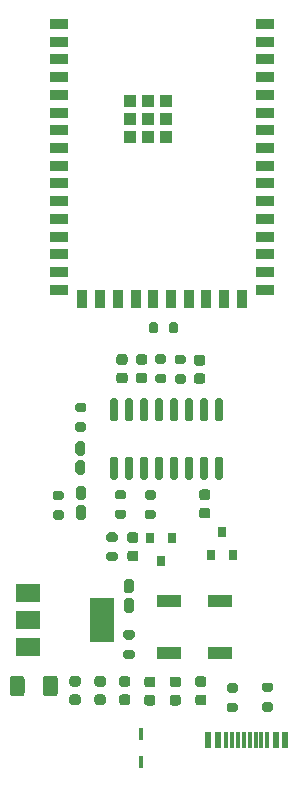
<source format=gbr>
%TF.GenerationSoftware,KiCad,Pcbnew,5.1.9-73d0e3b20d~88~ubuntu20.04.1*%
%TF.CreationDate,2021-03-20T23:28:39+05:30*%
%TF.ProjectId,ESP32-S2,45535033-322d-4533-922e-6b696361645f,rev?*%
%TF.SameCoordinates,Original*%
%TF.FileFunction,Paste,Top*%
%TF.FilePolarity,Positive*%
%FSLAX46Y46*%
G04 Gerber Fmt 4.6, Leading zero omitted, Abs format (unit mm)*
G04 Created by KiCad (PCBNEW 5.1.9-73d0e3b20d~88~ubuntu20.04.1) date 2021-03-20 23:28:39*
%MOMM*%
%LPD*%
G01*
G04 APERTURE LIST*
%ADD10R,0.460000X1.040000*%
%ADD11R,1.100000X1.100000*%
%ADD12R,1.500000X0.900000*%
%ADD13R,0.900000X1.500000*%
%ADD14R,2.000000X1.000000*%
%ADD15R,0.800000X0.900000*%
%ADD16R,2.000000X1.500000*%
%ADD17R,2.000000X3.800000*%
%ADD18R,0.600000X1.450000*%
%ADD19R,0.300000X1.450000*%
G04 APERTURE END LIST*
G36*
G01*
X147786000Y-124315000D02*
X147286000Y-124315000D01*
G75*
G02*
X147061000Y-124090000I0J225000D01*
G01*
X147061000Y-123640000D01*
G75*
G02*
X147286000Y-123415000I225000J0D01*
G01*
X147786000Y-123415000D01*
G75*
G02*
X148011000Y-123640000I0J-225000D01*
G01*
X148011000Y-124090000D01*
G75*
G02*
X147786000Y-124315000I-225000J0D01*
G01*
G37*
G36*
G01*
X147786000Y-125865000D02*
X147286000Y-125865000D01*
G75*
G02*
X147061000Y-125640000I0J225000D01*
G01*
X147061000Y-125190000D01*
G75*
G02*
X147286000Y-124965000I225000J0D01*
G01*
X147786000Y-124965000D01*
G75*
G02*
X148011000Y-125190000I0J-225000D01*
G01*
X148011000Y-125640000D01*
G75*
G02*
X147786000Y-125865000I-225000J0D01*
G01*
G37*
G36*
G01*
X145698000Y-124305000D02*
X145198000Y-124305000D01*
G75*
G02*
X144973000Y-124080000I0J225000D01*
G01*
X144973000Y-123630000D01*
G75*
G02*
X145198000Y-123405000I225000J0D01*
G01*
X145698000Y-123405000D01*
G75*
G02*
X145923000Y-123630000I0J-225000D01*
G01*
X145923000Y-124080000D01*
G75*
G02*
X145698000Y-124305000I-225000J0D01*
G01*
G37*
G36*
G01*
X145698000Y-125855000D02*
X145198000Y-125855000D01*
G75*
G02*
X144973000Y-125630000I0J225000D01*
G01*
X144973000Y-125180000D01*
G75*
G02*
X145198000Y-124955000I225000J0D01*
G01*
X145698000Y-124955000D01*
G75*
G02*
X145923000Y-125180000I0J-225000D01*
G01*
X145923000Y-125630000D01*
G75*
G02*
X145698000Y-125855000I-225000J0D01*
G01*
G37*
D10*
X148900000Y-130690000D03*
X148900000Y-128310000D03*
G36*
G01*
X139050000Y-123625000D02*
X139050000Y-124875000D01*
G75*
G02*
X138800000Y-125125000I-250000J0D01*
G01*
X138050000Y-125125000D01*
G75*
G02*
X137800000Y-124875000I0J250000D01*
G01*
X137800000Y-123625000D01*
G75*
G02*
X138050000Y-123375000I250000J0D01*
G01*
X138800000Y-123375000D01*
G75*
G02*
X139050000Y-123625000I0J-250000D01*
G01*
G37*
G36*
G01*
X141850000Y-123625000D02*
X141850000Y-124875000D01*
G75*
G02*
X141600000Y-125125000I-250000J0D01*
G01*
X140850000Y-125125000D01*
G75*
G02*
X140600000Y-124875000I0J250000D01*
G01*
X140600000Y-123625000D01*
G75*
G02*
X140850000Y-123375000I250000J0D01*
G01*
X141600000Y-123375000D01*
G75*
G02*
X141850000Y-123625000I0J-250000D01*
G01*
G37*
D11*
X148010000Y-74750000D03*
X149510000Y-74750000D03*
X151010000Y-74750000D03*
X151010000Y-76250000D03*
X151010000Y-77750000D03*
X149510000Y-77750000D03*
X148010000Y-77750000D03*
X148010000Y-76250000D03*
X149510000Y-76250000D03*
D12*
X159450000Y-68200000D03*
X159450000Y-69700000D03*
X159450000Y-71200000D03*
X159450000Y-72700000D03*
X159450000Y-74200000D03*
X159450000Y-75700000D03*
X159450000Y-77200000D03*
X159450000Y-78700000D03*
X159450000Y-80200000D03*
X159450000Y-81700000D03*
X159450000Y-83200000D03*
X159450000Y-84700000D03*
X159450000Y-86200000D03*
X159450000Y-87700000D03*
X159450000Y-89200000D03*
X159450000Y-90700000D03*
D13*
X157450000Y-91450000D03*
X155950000Y-91450000D03*
X154450000Y-91450000D03*
X152950000Y-91450000D03*
X151450000Y-91450000D03*
X149950000Y-91450000D03*
X148450000Y-91450000D03*
X146950000Y-91450000D03*
X145450000Y-91450000D03*
X143950000Y-91450000D03*
D12*
X141950000Y-90700000D03*
X141950000Y-89200000D03*
X141950000Y-87700000D03*
X141950000Y-86200000D03*
X141950000Y-84700000D03*
X141950000Y-83200000D03*
X141950000Y-81700000D03*
X141950000Y-80200000D03*
X141950000Y-78700000D03*
X141950000Y-77200000D03*
X141950000Y-75700000D03*
X141950000Y-74200000D03*
X141950000Y-72700000D03*
X141950000Y-71200000D03*
X141950000Y-69700000D03*
X141950000Y-68200000D03*
G36*
G01*
X155366580Y-104829740D02*
X155666580Y-104829740D01*
G75*
G02*
X155816580Y-104979740I0J-150000D01*
G01*
X155816580Y-106629740D01*
G75*
G02*
X155666580Y-106779740I-150000J0D01*
G01*
X155366580Y-106779740D01*
G75*
G02*
X155216580Y-106629740I0J150000D01*
G01*
X155216580Y-104979740D01*
G75*
G02*
X155366580Y-104829740I150000J0D01*
G01*
G37*
G36*
G01*
X154096580Y-104829740D02*
X154396580Y-104829740D01*
G75*
G02*
X154546580Y-104979740I0J-150000D01*
G01*
X154546580Y-106629740D01*
G75*
G02*
X154396580Y-106779740I-150000J0D01*
G01*
X154096580Y-106779740D01*
G75*
G02*
X153946580Y-106629740I0J150000D01*
G01*
X153946580Y-104979740D01*
G75*
G02*
X154096580Y-104829740I150000J0D01*
G01*
G37*
G36*
G01*
X152826580Y-104829740D02*
X153126580Y-104829740D01*
G75*
G02*
X153276580Y-104979740I0J-150000D01*
G01*
X153276580Y-106629740D01*
G75*
G02*
X153126580Y-106779740I-150000J0D01*
G01*
X152826580Y-106779740D01*
G75*
G02*
X152676580Y-106629740I0J150000D01*
G01*
X152676580Y-104979740D01*
G75*
G02*
X152826580Y-104829740I150000J0D01*
G01*
G37*
G36*
G01*
X151556580Y-104829740D02*
X151856580Y-104829740D01*
G75*
G02*
X152006580Y-104979740I0J-150000D01*
G01*
X152006580Y-106629740D01*
G75*
G02*
X151856580Y-106779740I-150000J0D01*
G01*
X151556580Y-106779740D01*
G75*
G02*
X151406580Y-106629740I0J150000D01*
G01*
X151406580Y-104979740D01*
G75*
G02*
X151556580Y-104829740I150000J0D01*
G01*
G37*
G36*
G01*
X150286580Y-104829740D02*
X150586580Y-104829740D01*
G75*
G02*
X150736580Y-104979740I0J-150000D01*
G01*
X150736580Y-106629740D01*
G75*
G02*
X150586580Y-106779740I-150000J0D01*
G01*
X150286580Y-106779740D01*
G75*
G02*
X150136580Y-106629740I0J150000D01*
G01*
X150136580Y-104979740D01*
G75*
G02*
X150286580Y-104829740I150000J0D01*
G01*
G37*
G36*
G01*
X149016580Y-104829740D02*
X149316580Y-104829740D01*
G75*
G02*
X149466580Y-104979740I0J-150000D01*
G01*
X149466580Y-106629740D01*
G75*
G02*
X149316580Y-106779740I-150000J0D01*
G01*
X149016580Y-106779740D01*
G75*
G02*
X148866580Y-106629740I0J150000D01*
G01*
X148866580Y-104979740D01*
G75*
G02*
X149016580Y-104829740I150000J0D01*
G01*
G37*
G36*
G01*
X147746580Y-104829740D02*
X148046580Y-104829740D01*
G75*
G02*
X148196580Y-104979740I0J-150000D01*
G01*
X148196580Y-106629740D01*
G75*
G02*
X148046580Y-106779740I-150000J0D01*
G01*
X147746580Y-106779740D01*
G75*
G02*
X147596580Y-106629740I0J150000D01*
G01*
X147596580Y-104979740D01*
G75*
G02*
X147746580Y-104829740I150000J0D01*
G01*
G37*
G36*
G01*
X146476580Y-104829740D02*
X146776580Y-104829740D01*
G75*
G02*
X146926580Y-104979740I0J-150000D01*
G01*
X146926580Y-106629740D01*
G75*
G02*
X146776580Y-106779740I-150000J0D01*
G01*
X146476580Y-106779740D01*
G75*
G02*
X146326580Y-106629740I0J150000D01*
G01*
X146326580Y-104979740D01*
G75*
G02*
X146476580Y-104829740I150000J0D01*
G01*
G37*
G36*
G01*
X146476580Y-99879740D02*
X146776580Y-99879740D01*
G75*
G02*
X146926580Y-100029740I0J-150000D01*
G01*
X146926580Y-101679740D01*
G75*
G02*
X146776580Y-101829740I-150000J0D01*
G01*
X146476580Y-101829740D01*
G75*
G02*
X146326580Y-101679740I0J150000D01*
G01*
X146326580Y-100029740D01*
G75*
G02*
X146476580Y-99879740I150000J0D01*
G01*
G37*
G36*
G01*
X147746580Y-99879740D02*
X148046580Y-99879740D01*
G75*
G02*
X148196580Y-100029740I0J-150000D01*
G01*
X148196580Y-101679740D01*
G75*
G02*
X148046580Y-101829740I-150000J0D01*
G01*
X147746580Y-101829740D01*
G75*
G02*
X147596580Y-101679740I0J150000D01*
G01*
X147596580Y-100029740D01*
G75*
G02*
X147746580Y-99879740I150000J0D01*
G01*
G37*
G36*
G01*
X149016580Y-99879740D02*
X149316580Y-99879740D01*
G75*
G02*
X149466580Y-100029740I0J-150000D01*
G01*
X149466580Y-101679740D01*
G75*
G02*
X149316580Y-101829740I-150000J0D01*
G01*
X149016580Y-101829740D01*
G75*
G02*
X148866580Y-101679740I0J150000D01*
G01*
X148866580Y-100029740D01*
G75*
G02*
X149016580Y-99879740I150000J0D01*
G01*
G37*
G36*
G01*
X150286580Y-99879740D02*
X150586580Y-99879740D01*
G75*
G02*
X150736580Y-100029740I0J-150000D01*
G01*
X150736580Y-101679740D01*
G75*
G02*
X150586580Y-101829740I-150000J0D01*
G01*
X150286580Y-101829740D01*
G75*
G02*
X150136580Y-101679740I0J150000D01*
G01*
X150136580Y-100029740D01*
G75*
G02*
X150286580Y-99879740I150000J0D01*
G01*
G37*
G36*
G01*
X151556580Y-99879740D02*
X151856580Y-99879740D01*
G75*
G02*
X152006580Y-100029740I0J-150000D01*
G01*
X152006580Y-101679740D01*
G75*
G02*
X151856580Y-101829740I-150000J0D01*
G01*
X151556580Y-101829740D01*
G75*
G02*
X151406580Y-101679740I0J150000D01*
G01*
X151406580Y-100029740D01*
G75*
G02*
X151556580Y-99879740I150000J0D01*
G01*
G37*
G36*
G01*
X152826580Y-99879740D02*
X153126580Y-99879740D01*
G75*
G02*
X153276580Y-100029740I0J-150000D01*
G01*
X153276580Y-101679740D01*
G75*
G02*
X153126580Y-101829740I-150000J0D01*
G01*
X152826580Y-101829740D01*
G75*
G02*
X152676580Y-101679740I0J150000D01*
G01*
X152676580Y-100029740D01*
G75*
G02*
X152826580Y-99879740I150000J0D01*
G01*
G37*
G36*
G01*
X154096580Y-99879740D02*
X154396580Y-99879740D01*
G75*
G02*
X154546580Y-100029740I0J-150000D01*
G01*
X154546580Y-101679740D01*
G75*
G02*
X154396580Y-101829740I-150000J0D01*
G01*
X154096580Y-101829740D01*
G75*
G02*
X153946580Y-101679740I0J150000D01*
G01*
X153946580Y-100029740D01*
G75*
G02*
X154096580Y-99879740I150000J0D01*
G01*
G37*
G36*
G01*
X155366580Y-99879740D02*
X155666580Y-99879740D01*
G75*
G02*
X155816580Y-100029740I0J-150000D01*
G01*
X155816580Y-101679740D01*
G75*
G02*
X155666580Y-101829740I-150000J0D01*
G01*
X155366580Y-101829740D01*
G75*
G02*
X155216580Y-101679740I0J150000D01*
G01*
X155216580Y-100029740D01*
G75*
G02*
X155366580Y-99879740I150000J0D01*
G01*
G37*
G36*
G01*
X154060000Y-109155000D02*
X154560000Y-109155000D01*
G75*
G02*
X154785000Y-109380000I0J-225000D01*
G01*
X154785000Y-109830000D01*
G75*
G02*
X154560000Y-110055000I-225000J0D01*
G01*
X154060000Y-110055000D01*
G75*
G02*
X153835000Y-109830000I0J225000D01*
G01*
X153835000Y-109380000D01*
G75*
G02*
X154060000Y-109155000I225000J0D01*
G01*
G37*
G36*
G01*
X154060000Y-107605000D02*
X154560000Y-107605000D01*
G75*
G02*
X154785000Y-107830000I0J-225000D01*
G01*
X154785000Y-108280000D01*
G75*
G02*
X154560000Y-108505000I-225000J0D01*
G01*
X154060000Y-108505000D01*
G75*
G02*
X153835000Y-108280000I0J225000D01*
G01*
X153835000Y-107830000D01*
G75*
G02*
X154060000Y-107605000I225000J0D01*
G01*
G37*
D14*
X155610000Y-117090000D03*
X155610000Y-121490000D03*
X151300000Y-117070000D03*
X151300000Y-121470000D03*
D15*
X150599140Y-113687100D03*
X149649140Y-111687100D03*
X151549140Y-111687100D03*
G36*
G01*
X149435000Y-109325000D02*
X149985000Y-109325000D01*
G75*
G02*
X150185000Y-109525000I0J-200000D01*
G01*
X150185000Y-109925000D01*
G75*
G02*
X149985000Y-110125000I-200000J0D01*
G01*
X149435000Y-110125000D01*
G75*
G02*
X149235000Y-109925000I0J200000D01*
G01*
X149235000Y-109525000D01*
G75*
G02*
X149435000Y-109325000I200000J0D01*
G01*
G37*
G36*
G01*
X149435000Y-107675000D02*
X149985000Y-107675000D01*
G75*
G02*
X150185000Y-107875000I0J-200000D01*
G01*
X150185000Y-108275000D01*
G75*
G02*
X149985000Y-108475000I-200000J0D01*
G01*
X149435000Y-108475000D01*
G75*
G02*
X149235000Y-108275000I0J200000D01*
G01*
X149235000Y-107875000D01*
G75*
G02*
X149435000Y-107675000I200000J0D01*
G01*
G37*
G36*
G01*
X147625000Y-121165000D02*
X148175000Y-121165000D01*
G75*
G02*
X148375000Y-121365000I0J-200000D01*
G01*
X148375000Y-121765000D01*
G75*
G02*
X148175000Y-121965000I-200000J0D01*
G01*
X147625000Y-121965000D01*
G75*
G02*
X147425000Y-121765000I0J200000D01*
G01*
X147425000Y-121365000D01*
G75*
G02*
X147625000Y-121165000I200000J0D01*
G01*
G37*
G36*
G01*
X147625000Y-119515000D02*
X148175000Y-119515000D01*
G75*
G02*
X148375000Y-119715000I0J-200000D01*
G01*
X148375000Y-120115000D01*
G75*
G02*
X148175000Y-120315000I-200000J0D01*
G01*
X147625000Y-120315000D01*
G75*
G02*
X147425000Y-120115000I0J200000D01*
G01*
X147425000Y-119715000D01*
G75*
G02*
X147625000Y-119515000I200000J0D01*
G01*
G37*
G36*
G01*
X148102500Y-116410000D02*
X147677500Y-116410000D01*
G75*
G02*
X147465000Y-116197500I0J212500D01*
G01*
X147465000Y-115397500D01*
G75*
G02*
X147677500Y-115185000I212500J0D01*
G01*
X148102500Y-115185000D01*
G75*
G02*
X148315000Y-115397500I0J-212500D01*
G01*
X148315000Y-116197500D01*
G75*
G02*
X148102500Y-116410000I-212500J0D01*
G01*
G37*
G36*
G01*
X148102500Y-118035000D02*
X147677500Y-118035000D01*
G75*
G02*
X147465000Y-117822500I0J212500D01*
G01*
X147465000Y-117022500D01*
G75*
G02*
X147677500Y-116810000I212500J0D01*
G01*
X148102500Y-116810000D01*
G75*
G02*
X148315000Y-117022500I0J-212500D01*
G01*
X148315000Y-117822500D01*
G75*
G02*
X148102500Y-118035000I-212500J0D01*
G01*
G37*
G36*
G01*
X149909000Y-124350000D02*
X149409000Y-124350000D01*
G75*
G02*
X149184000Y-124125000I0J225000D01*
G01*
X149184000Y-123675000D01*
G75*
G02*
X149409000Y-123450000I225000J0D01*
G01*
X149909000Y-123450000D01*
G75*
G02*
X150134000Y-123675000I0J-225000D01*
G01*
X150134000Y-124125000D01*
G75*
G02*
X149909000Y-124350000I-225000J0D01*
G01*
G37*
G36*
G01*
X149909000Y-125900000D02*
X149409000Y-125900000D01*
G75*
G02*
X149184000Y-125675000I0J225000D01*
G01*
X149184000Y-125225000D01*
G75*
G02*
X149409000Y-125000000I225000J0D01*
G01*
X149909000Y-125000000D01*
G75*
G02*
X150134000Y-125225000I0J-225000D01*
G01*
X150134000Y-125675000D01*
G75*
G02*
X149909000Y-125900000I-225000J0D01*
G01*
G37*
G36*
G01*
X148466620Y-112136040D02*
X147966620Y-112136040D01*
G75*
G02*
X147741620Y-111911040I0J225000D01*
G01*
X147741620Y-111461040D01*
G75*
G02*
X147966620Y-111236040I225000J0D01*
G01*
X148466620Y-111236040D01*
G75*
G02*
X148691620Y-111461040I0J-225000D01*
G01*
X148691620Y-111911040D01*
G75*
G02*
X148466620Y-112136040I-225000J0D01*
G01*
G37*
G36*
G01*
X148466620Y-113686040D02*
X147966620Y-113686040D01*
G75*
G02*
X147741620Y-113461040I0J225000D01*
G01*
X147741620Y-113011040D01*
G75*
G02*
X147966620Y-112786040I225000J0D01*
G01*
X148466620Y-112786040D01*
G75*
G02*
X148691620Y-113011040I0J-225000D01*
G01*
X148691620Y-113461040D01*
G75*
G02*
X148466620Y-113686040I-225000J0D01*
G01*
G37*
G36*
G01*
X148710000Y-97705000D02*
X149210000Y-97705000D01*
G75*
G02*
X149435000Y-97930000I0J-225000D01*
G01*
X149435000Y-98380000D01*
G75*
G02*
X149210000Y-98605000I-225000J0D01*
G01*
X148710000Y-98605000D01*
G75*
G02*
X148485000Y-98380000I0J225000D01*
G01*
X148485000Y-97930000D01*
G75*
G02*
X148710000Y-97705000I225000J0D01*
G01*
G37*
G36*
G01*
X148710000Y-96155000D02*
X149210000Y-96155000D01*
G75*
G02*
X149435000Y-96380000I0J-225000D01*
G01*
X149435000Y-96830000D01*
G75*
G02*
X149210000Y-97055000I-225000J0D01*
G01*
X148710000Y-97055000D01*
G75*
G02*
X148485000Y-96830000I0J225000D01*
G01*
X148485000Y-96380000D01*
G75*
G02*
X148710000Y-96155000I225000J0D01*
G01*
G37*
G36*
G01*
X154120000Y-97115000D02*
X153620000Y-97115000D01*
G75*
G02*
X153395000Y-96890000I0J225000D01*
G01*
X153395000Y-96440000D01*
G75*
G02*
X153620000Y-96215000I225000J0D01*
G01*
X154120000Y-96215000D01*
G75*
G02*
X154345000Y-96440000I0J-225000D01*
G01*
X154345000Y-96890000D01*
G75*
G02*
X154120000Y-97115000I-225000J0D01*
G01*
G37*
G36*
G01*
X154120000Y-98665000D02*
X153620000Y-98665000D01*
G75*
G02*
X153395000Y-98440000I0J225000D01*
G01*
X153395000Y-97990000D01*
G75*
G02*
X153620000Y-97765000I225000J0D01*
G01*
X154120000Y-97765000D01*
G75*
G02*
X154345000Y-97990000I0J-225000D01*
G01*
X154345000Y-98440000D01*
G75*
G02*
X154120000Y-98665000I-225000J0D01*
G01*
G37*
G36*
G01*
X141635000Y-109365000D02*
X142185000Y-109365000D01*
G75*
G02*
X142385000Y-109565000I0J-200000D01*
G01*
X142385000Y-109965000D01*
G75*
G02*
X142185000Y-110165000I-200000J0D01*
G01*
X141635000Y-110165000D01*
G75*
G02*
X141435000Y-109965000I0J200000D01*
G01*
X141435000Y-109565000D01*
G75*
G02*
X141635000Y-109365000I200000J0D01*
G01*
G37*
G36*
G01*
X141635000Y-107715000D02*
X142185000Y-107715000D01*
G75*
G02*
X142385000Y-107915000I0J-200000D01*
G01*
X142385000Y-108315000D01*
G75*
G02*
X142185000Y-108515000I-200000J0D01*
G01*
X141635000Y-108515000D01*
G75*
G02*
X141435000Y-108315000I0J200000D01*
G01*
X141435000Y-107915000D01*
G75*
G02*
X141635000Y-107715000I200000J0D01*
G01*
G37*
G36*
G01*
X156925000Y-124815000D02*
X156375000Y-124815000D01*
G75*
G02*
X156175000Y-124615000I0J200000D01*
G01*
X156175000Y-124215000D01*
G75*
G02*
X156375000Y-124015000I200000J0D01*
G01*
X156925000Y-124015000D01*
G75*
G02*
X157125000Y-124215000I0J-200000D01*
G01*
X157125000Y-124615000D01*
G75*
G02*
X156925000Y-124815000I-200000J0D01*
G01*
G37*
G36*
G01*
X156925000Y-126465000D02*
X156375000Y-126465000D01*
G75*
G02*
X156175000Y-126265000I0J200000D01*
G01*
X156175000Y-125865000D01*
G75*
G02*
X156375000Y-125665000I200000J0D01*
G01*
X156925000Y-125665000D01*
G75*
G02*
X157125000Y-125865000I0J-200000D01*
G01*
X157125000Y-126265000D01*
G75*
G02*
X156925000Y-126465000I-200000J0D01*
G01*
G37*
G36*
G01*
X143992500Y-104740000D02*
X143567500Y-104740000D01*
G75*
G02*
X143355000Y-104527500I0J212500D01*
G01*
X143355000Y-103727500D01*
G75*
G02*
X143567500Y-103515000I212500J0D01*
G01*
X143992500Y-103515000D01*
G75*
G02*
X144205000Y-103727500I0J-212500D01*
G01*
X144205000Y-104527500D01*
G75*
G02*
X143992500Y-104740000I-212500J0D01*
G01*
G37*
G36*
G01*
X143992500Y-106365000D02*
X143567500Y-106365000D01*
G75*
G02*
X143355000Y-106152500I0J212500D01*
G01*
X143355000Y-105352500D01*
G75*
G02*
X143567500Y-105140000I212500J0D01*
G01*
X143992500Y-105140000D01*
G75*
G02*
X144205000Y-105352500I0J-212500D01*
G01*
X144205000Y-106152500D01*
G75*
G02*
X143992500Y-106365000I-212500J0D01*
G01*
G37*
G36*
G01*
X159895000Y-124755000D02*
X159345000Y-124755000D01*
G75*
G02*
X159145000Y-124555000I0J200000D01*
G01*
X159145000Y-124155000D01*
G75*
G02*
X159345000Y-123955000I200000J0D01*
G01*
X159895000Y-123955000D01*
G75*
G02*
X160095000Y-124155000I0J-200000D01*
G01*
X160095000Y-124555000D01*
G75*
G02*
X159895000Y-124755000I-200000J0D01*
G01*
G37*
G36*
G01*
X159895000Y-126405000D02*
X159345000Y-126405000D01*
G75*
G02*
X159145000Y-126205000I0J200000D01*
G01*
X159145000Y-125805000D01*
G75*
G02*
X159345000Y-125605000I200000J0D01*
G01*
X159895000Y-125605000D01*
G75*
G02*
X160095000Y-125805000I0J-200000D01*
G01*
X160095000Y-126205000D01*
G75*
G02*
X159895000Y-126405000I-200000J0D01*
G01*
G37*
G36*
G01*
X143617500Y-108930000D02*
X144042500Y-108930000D01*
G75*
G02*
X144255000Y-109142500I0J-212500D01*
G01*
X144255000Y-109942500D01*
G75*
G02*
X144042500Y-110155000I-212500J0D01*
G01*
X143617500Y-110155000D01*
G75*
G02*
X143405000Y-109942500I0J212500D01*
G01*
X143405000Y-109142500D01*
G75*
G02*
X143617500Y-108930000I212500J0D01*
G01*
G37*
G36*
G01*
X143617500Y-107305000D02*
X144042500Y-107305000D01*
G75*
G02*
X144255000Y-107517500I0J-212500D01*
G01*
X144255000Y-108317500D01*
G75*
G02*
X144042500Y-108530000I-212500J0D01*
G01*
X143617500Y-108530000D01*
G75*
G02*
X143405000Y-108317500I0J212500D01*
G01*
X143405000Y-107517500D01*
G75*
G02*
X143617500Y-107305000I212500J0D01*
G01*
G37*
G36*
G01*
X151242580Y-94194040D02*
X151242580Y-93644040D01*
G75*
G02*
X151442580Y-93444040I200000J0D01*
G01*
X151842580Y-93444040D01*
G75*
G02*
X152042580Y-93644040I0J-200000D01*
G01*
X152042580Y-94194040D01*
G75*
G02*
X151842580Y-94394040I-200000J0D01*
G01*
X151442580Y-94394040D01*
G75*
G02*
X151242580Y-94194040I0J200000D01*
G01*
G37*
G36*
G01*
X149592580Y-94194040D02*
X149592580Y-93644040D01*
G75*
G02*
X149792580Y-93444040I200000J0D01*
G01*
X150192580Y-93444040D01*
G75*
G02*
X150392580Y-93644040I0J-200000D01*
G01*
X150392580Y-94194040D01*
G75*
G02*
X150192580Y-94394040I-200000J0D01*
G01*
X149792580Y-94394040D01*
G75*
G02*
X149592580Y-94194040I0J200000D01*
G01*
G37*
G36*
G01*
X146182380Y-112896840D02*
X146732380Y-112896840D01*
G75*
G02*
X146932380Y-113096840I0J-200000D01*
G01*
X146932380Y-113496840D01*
G75*
G02*
X146732380Y-113696840I-200000J0D01*
G01*
X146182380Y-113696840D01*
G75*
G02*
X145982380Y-113496840I0J200000D01*
G01*
X145982380Y-113096840D01*
G75*
G02*
X146182380Y-112896840I200000J0D01*
G01*
G37*
G36*
G01*
X146182380Y-111246840D02*
X146732380Y-111246840D01*
G75*
G02*
X146932380Y-111446840I0J-200000D01*
G01*
X146932380Y-111846840D01*
G75*
G02*
X146732380Y-112046840I-200000J0D01*
G01*
X146182380Y-112046840D01*
G75*
G02*
X145982380Y-111846840I0J200000D01*
G01*
X145982380Y-111446840D01*
G75*
G02*
X146182380Y-111246840I200000J0D01*
G01*
G37*
D16*
X139330000Y-116340000D03*
X139330000Y-120940000D03*
X139330000Y-118640000D03*
D17*
X145630000Y-118640000D03*
G36*
G01*
X150867620Y-98605680D02*
X150317620Y-98605680D01*
G75*
G02*
X150117620Y-98405680I0J200000D01*
G01*
X150117620Y-98005680D01*
G75*
G02*
X150317620Y-97805680I200000J0D01*
G01*
X150867620Y-97805680D01*
G75*
G02*
X151067620Y-98005680I0J-200000D01*
G01*
X151067620Y-98405680D01*
G75*
G02*
X150867620Y-98605680I-200000J0D01*
G01*
G37*
G36*
G01*
X150867620Y-96955680D02*
X150317620Y-96955680D01*
G75*
G02*
X150117620Y-96755680I0J200000D01*
G01*
X150117620Y-96355680D01*
G75*
G02*
X150317620Y-96155680I200000J0D01*
G01*
X150867620Y-96155680D01*
G75*
G02*
X151067620Y-96355680I0J-200000D01*
G01*
X151067620Y-96755680D01*
G75*
G02*
X150867620Y-96955680I-200000J0D01*
G01*
G37*
D15*
X155760000Y-111190000D03*
X156710000Y-113190000D03*
X154810000Y-113190000D03*
G36*
G01*
X143525000Y-101915000D02*
X144075000Y-101915000D01*
G75*
G02*
X144275000Y-102115000I0J-200000D01*
G01*
X144275000Y-102515000D01*
G75*
G02*
X144075000Y-102715000I-200000J0D01*
G01*
X143525000Y-102715000D01*
G75*
G02*
X143325000Y-102515000I0J200000D01*
G01*
X143325000Y-102115000D01*
G75*
G02*
X143525000Y-101915000I200000J0D01*
G01*
G37*
G36*
G01*
X143525000Y-100265000D02*
X144075000Y-100265000D01*
G75*
G02*
X144275000Y-100465000I0J-200000D01*
G01*
X144275000Y-100865000D01*
G75*
G02*
X144075000Y-101065000I-200000J0D01*
G01*
X143525000Y-101065000D01*
G75*
G02*
X143325000Y-100865000I0J200000D01*
G01*
X143325000Y-100465000D01*
G75*
G02*
X143525000Y-100265000I200000J0D01*
G01*
G37*
G36*
G01*
X151965000Y-97845000D02*
X152515000Y-97845000D01*
G75*
G02*
X152715000Y-98045000I0J-200000D01*
G01*
X152715000Y-98445000D01*
G75*
G02*
X152515000Y-98645000I-200000J0D01*
G01*
X151965000Y-98645000D01*
G75*
G02*
X151765000Y-98445000I0J200000D01*
G01*
X151765000Y-98045000D01*
G75*
G02*
X151965000Y-97845000I200000J0D01*
G01*
G37*
G36*
G01*
X151965000Y-96195000D02*
X152515000Y-96195000D01*
G75*
G02*
X152715000Y-96395000I0J-200000D01*
G01*
X152715000Y-96795000D01*
G75*
G02*
X152515000Y-96995000I-200000J0D01*
G01*
X151965000Y-96995000D01*
G75*
G02*
X151765000Y-96795000I0J200000D01*
G01*
X151765000Y-96395000D01*
G75*
G02*
X151965000Y-96195000I200000J0D01*
G01*
G37*
G36*
G01*
X147550000Y-97055000D02*
X147050000Y-97055000D01*
G75*
G02*
X146825000Y-96830000I0J225000D01*
G01*
X146825000Y-96380000D01*
G75*
G02*
X147050000Y-96155000I225000J0D01*
G01*
X147550000Y-96155000D01*
G75*
G02*
X147775000Y-96380000I0J-225000D01*
G01*
X147775000Y-96830000D01*
G75*
G02*
X147550000Y-97055000I-225000J0D01*
G01*
G37*
G36*
G01*
X147550000Y-98605000D02*
X147050000Y-98605000D01*
G75*
G02*
X146825000Y-98380000I0J225000D01*
G01*
X146825000Y-97930000D01*
G75*
G02*
X147050000Y-97705000I225000J0D01*
G01*
X147550000Y-97705000D01*
G75*
G02*
X147775000Y-97930000I0J-225000D01*
G01*
X147775000Y-98380000D01*
G75*
G02*
X147550000Y-98605000I-225000J0D01*
G01*
G37*
G36*
G01*
X153725000Y-124975000D02*
X154225000Y-124975000D01*
G75*
G02*
X154450000Y-125200000I0J-225000D01*
G01*
X154450000Y-125650000D01*
G75*
G02*
X154225000Y-125875000I-225000J0D01*
G01*
X153725000Y-125875000D01*
G75*
G02*
X153500000Y-125650000I0J225000D01*
G01*
X153500000Y-125200000D01*
G75*
G02*
X153725000Y-124975000I225000J0D01*
G01*
G37*
G36*
G01*
X153725000Y-123425000D02*
X154225000Y-123425000D01*
G75*
G02*
X154450000Y-123650000I0J-225000D01*
G01*
X154450000Y-124100000D01*
G75*
G02*
X154225000Y-124325000I-225000J0D01*
G01*
X153725000Y-124325000D01*
G75*
G02*
X153500000Y-124100000I0J225000D01*
G01*
X153500000Y-123650000D01*
G75*
G02*
X153725000Y-123425000I225000J0D01*
G01*
G37*
G36*
G01*
X151567000Y-125000000D02*
X152067000Y-125000000D01*
G75*
G02*
X152292000Y-125225000I0J-225000D01*
G01*
X152292000Y-125675000D01*
G75*
G02*
X152067000Y-125900000I-225000J0D01*
G01*
X151567000Y-125900000D01*
G75*
G02*
X151342000Y-125675000I0J225000D01*
G01*
X151342000Y-125225000D01*
G75*
G02*
X151567000Y-125000000I225000J0D01*
G01*
G37*
G36*
G01*
X151567000Y-123450000D02*
X152067000Y-123450000D01*
G75*
G02*
X152292000Y-123675000I0J-225000D01*
G01*
X152292000Y-124125000D01*
G75*
G02*
X152067000Y-124350000I-225000J0D01*
G01*
X151567000Y-124350000D01*
G75*
G02*
X151342000Y-124125000I0J225000D01*
G01*
X151342000Y-123675000D01*
G75*
G02*
X151567000Y-123450000I225000J0D01*
G01*
G37*
G36*
G01*
X143575000Y-124305000D02*
X143075000Y-124305000D01*
G75*
G02*
X142850000Y-124080000I0J225000D01*
G01*
X142850000Y-123630000D01*
G75*
G02*
X143075000Y-123405000I225000J0D01*
G01*
X143575000Y-123405000D01*
G75*
G02*
X143800000Y-123630000I0J-225000D01*
G01*
X143800000Y-124080000D01*
G75*
G02*
X143575000Y-124305000I-225000J0D01*
G01*
G37*
G36*
G01*
X143575000Y-125855000D02*
X143075000Y-125855000D01*
G75*
G02*
X142850000Y-125630000I0J225000D01*
G01*
X142850000Y-125180000D01*
G75*
G02*
X143075000Y-124955000I225000J0D01*
G01*
X143575000Y-124955000D01*
G75*
G02*
X143800000Y-125180000I0J-225000D01*
G01*
X143800000Y-125630000D01*
G75*
G02*
X143575000Y-125855000I-225000J0D01*
G01*
G37*
G36*
G01*
X146905000Y-109305000D02*
X147455000Y-109305000D01*
G75*
G02*
X147655000Y-109505000I0J-200000D01*
G01*
X147655000Y-109905000D01*
G75*
G02*
X147455000Y-110105000I-200000J0D01*
G01*
X146905000Y-110105000D01*
G75*
G02*
X146705000Y-109905000I0J200000D01*
G01*
X146705000Y-109505000D01*
G75*
G02*
X146905000Y-109305000I200000J0D01*
G01*
G37*
G36*
G01*
X146905000Y-107655000D02*
X147455000Y-107655000D01*
G75*
G02*
X147655000Y-107855000I0J-200000D01*
G01*
X147655000Y-108255000D01*
G75*
G02*
X147455000Y-108455000I-200000J0D01*
G01*
X146905000Y-108455000D01*
G75*
G02*
X146705000Y-108255000I0J200000D01*
G01*
X146705000Y-107855000D01*
G75*
G02*
X146905000Y-107655000I200000J0D01*
G01*
G37*
D18*
X161110000Y-128805000D03*
X160310000Y-128805000D03*
D19*
X159610000Y-128805000D03*
X159110000Y-128805000D03*
X158610000Y-128805000D03*
X158110000Y-128805000D03*
X156110000Y-128805000D03*
X156610000Y-128805000D03*
X157110000Y-128805000D03*
X157610000Y-128805000D03*
D18*
X155410000Y-128805000D03*
X154610000Y-128805000D03*
M02*

</source>
